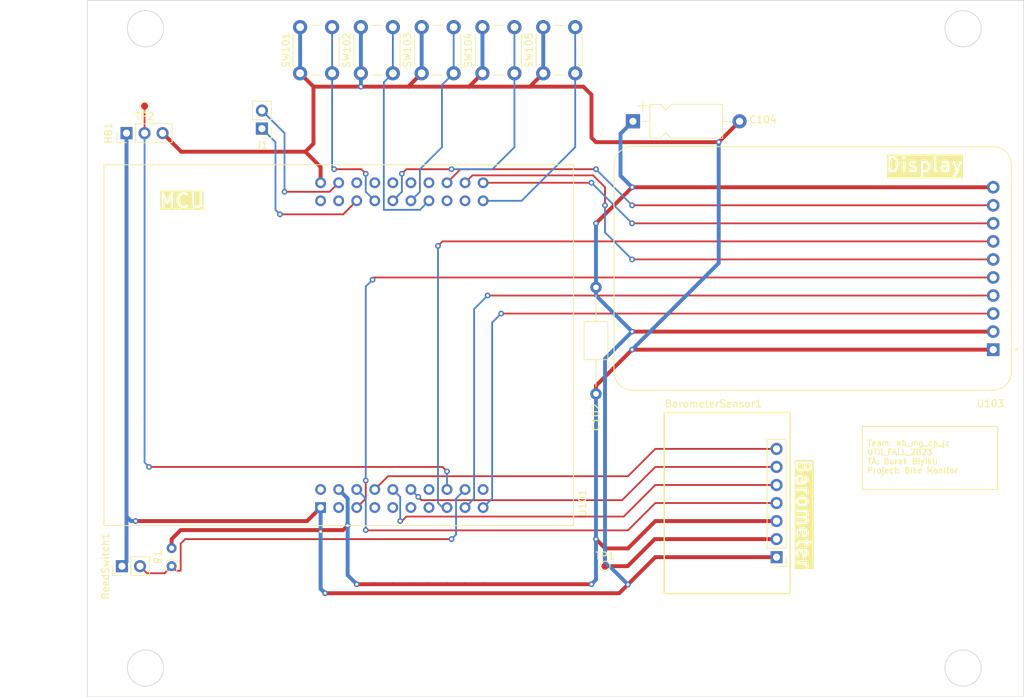
<source format=kicad_pcb>
(kicad_pcb (version 20221018) (generator pcbnew)
  (title_block (title "ECE 445L Baseline Project") (date "2023-08-25") (rev "v1.0.0") (company "The University of Texas at Austin"))
  (layers (0 "F.Cu" signal) (31 "B.Cu" signal) (34 "B.Paste" user) (35 "F.Paste" user) (36 "B.SilkS" user "B.Silkscreen") (37 "F.SilkS" user "F.Silkscreen") (38 "B.Mask" user) (39 "F.Mask" user) (44 "Edge.Cuts" user))
  (net 0 "")
  (net 1 "+3V3")
  (net 2 "Net-(BarometerSensor1-Pin_2)")
  (net 3 "GND")
  (net 4 "/SS1_SCK")
  (net 5 "/SS1_MISO")
  (net 6 "/SS1_MOSI")
  (net 7 "/SS1_FS")
  (net 8 "/AIN1")
  (net 10 "/SW_UP")
  (net 11 "/SW_DOWN")
  (net 13 "/SW_LEFT")
  (net 14 "/SW_RIGHT")
  (net 15 "/SW_MODE")
  (net 20 "/SDC_CS")
  (net 21 "/SPEAKER_GATE")
  (net 22 "/WIFI_TXD")
  (net 23 "/WIFI_RXD")
  (net 24 "/TFT_MOSI")
  (net 25 "/TFT_D{slash}C")
  (net 26 "/TFT_RST")
  (net 27 "/REED_SW")
  (net 28 "/TFT_MISO")
  (net 29 "/TFT_CS")
  (net 32 "/TFT_SCK")
  (net 33 "+5V")
  (net 34 "/~{WIFI_RST}")
  (net 35 "/WIFI_RX")
  (net 36 "/I2C0_SDA")
  (net 37 "/I2C_SCK")
  (footprint "Capacitor_THT:CP_Axial_L10.0mm_D4.5mm_P15.00mm_Horizontal" (layer "F.Cu") (at 153.155 60.885)
    (fp_text reference "C104" (at 18.295 -0.2425) (layer "F.SilkS"))
    (fp_text value "4.7uF")
    (fp_line (start 0.63 -2.2) (end 2.13 -2.2) (stroke (width 0.12)) (layer "F.SilkS"))
    (fp_line (start 1.24 0) (end 2.38 0) (stroke (width 0.12)) (layer "F.SilkS"))
    (fp_line (start 1.38 -2.95) (end 1.38 -1.45) (stroke (width 0.12)) (layer "F.SilkS"))
    (fp_line (start 2.38 -2.37) (end 2.38 2.37) (stroke (width 0.12)) (layer "F.SilkS"))
    (fp_line (start 2.38 -2.37) (end 3.88 -2.37) (stroke (width 0.12)) (layer "F.SilkS"))
    (fp_line (start 2.38 2.37) (end 3.88 2.37) (stroke (width 0.12)) (layer "F.SilkS"))
    (fp_line (start 3.88 -2.37) (end 4.63 -1.62) (stroke (width 0.12)) (layer "F.SilkS"))
    (fp_line (start 3.88 2.37) (end 4.63 1.62) (stroke (width 0.12)) (layer "F.SilkS"))
    (fp_line (start 4.63 -1.62) (end 5.38 -2.37) (stroke (width 0.12)) (layer "F.SilkS"))
    (fp_line (start 4.63 1.62) (end 5.38 2.37) (stroke (width 0.12)) (layer "F.SilkS"))
    (fp_line (start 5.38 -2.37) (end 12.62 -2.37) (stroke (width 0.12)) (layer "F.SilkS"))
    (fp_line (start 5.38 2.37) (end 12.62 2.37) (stroke (width 0.12)) (layer "F.SilkS"))
    (fp_line (start 12.62 -2.37) (end 12.62 2.37) (stroke (width 0.12)) (layer "F.SilkS"))
    (fp_line (start 13.76 0) (end 12.62 0) (stroke (width 0.12)) (layer "F.SilkS"))
    (pad "1" thru_hole rect (at 0 0) (size 2 2) (drill 1) (layers "*.Cu" "*.Mask") (net 1 "+3V3"))
    (pad "2" thru_hole oval (at 15 0) (size 2 2) (drill 1) (layers "*.Cu" "*.Mask") (net 3 "GND"))
  )
  (footprint "Button_Switch_THT:SW_PUSH_6mm" (layer "F.Cu") (at 114.885 54.125 90)
    (fp_text reference "SW102" (at 3.25 -2 90) (layer "F.SilkS"))
    (fp_text value "DOWN")
    (fp_line (start -0.25 1.5) (end -0.25 3) (stroke (width 0.12)) (layer "F.SilkS"))
    (fp_line (start 1 5.5) (end 5.5 5.5) (stroke (width 0.12)) (layer "F.SilkS"))
    (fp_line (start 5.5 -1) (end 1 -1) (stroke (width 0.12)) (layer "F.SilkS"))
    (fp_line (start 6.75 3) (end 6.75 1.5) (stroke (width 0.12)) (layer "F.SilkS"))
    (pad "1" thru_hole circle (at 0 0 180) (size 2 2) (drill 1.1) (layers "*.Cu" "*.Mask") (net 3 "GND"))
    (pad "1" thru_hole circle (at 6.5 0 180) (size 2 2) (drill 1.1) (layers "*.Cu" "*.Mask") (net 3 "GND"))
    (pad "2" thru_hole circle (at 0 4.5 180) (size 2 2) (drill 1.1) (layers "*.Cu" "*.Mask") (net 11 "/SW_DOWN"))
    (pad "2" thru_hole circle (at 6.5 4.5 180) (size 2 2) (drill 1.1) (layers "*.Cu" "*.Mask") (net 11 "/SW_DOWN"))
  )
  (footprint "Button_Switch_THT:SW_PUSH_6mm" (layer "F.Cu") (at 106.335 54.125 90)
    (fp_text reference "SW101" (at 3.25 -2 90) (layer "F.SilkS"))
    (fp_text value "UP")
    (fp_line (start -0.25 1.5) (end -0.25 3) (stroke (width 0.12)) (layer "F.SilkS"))
    (fp_line (start 1 5.5) (end 5.5 5.5) (stroke (width 0.12)) (layer "F.SilkS"))
    (fp_line (start 5.5 -1) (end 1 -1) (stroke (width 0.12)) (layer "F.SilkS"))
    (fp_line (start 6.75 3) (end 6.75 1.5) (stroke (width 0.12)) (layer "F.SilkS"))
    (pad "1" thru_hole circle (at 0 0 180) (size 2 2) (drill 1.1) (layers "*.Cu" "*.Mask") (net 3 "GND"))
    (pad "1" thru_hole circle (at 6.5 0 180) (size 2 2) (drill 1.1) (layers "*.Cu" "*.Mask") (net 3 "GND"))
    (pad "2" thru_hole circle (at 0 4.5 180) (size 2 2) (drill 1.1) (layers "*.Cu" "*.Mask") (net 10 "/SW_UP"))
    (pad "2" thru_hole circle (at 6.5 4.5 180) (size 2 2) (drill 1.1) (layers "*.Cu" "*.Mask") (net 10 "/SW_UP"))
  )
  (footprint "Resistor_THT:R_Axial_DIN0204_L3.6mm_D1.6mm_P2.54mm_Vertical" (layer "F.Cu") (at 88.265 123.5075 90)
    (fp_text reference "R1" (at 1.27 -1.92 90) (layer "F.SilkS"))
    (fp_text value "10k")
    (fp_line (start 0.92 0) (end 1.54 0) (stroke (width 0.12)) (layer "F.SilkS"))
    (fp_circle (center 0 0) (end 0.92 0) (stroke (width 0.12)) (fill none) (layer "F.SilkS"))
    (pad "1" thru_hole circle (at 0 0 90) (size 1.4 1.4) (drill 0.7) (layers "*.Cu" "*.Mask") (net 27 "/REED_SW"))
    (pad "2" thru_hole oval (at 2.54 0 90) (size 1.4 1.4) (drill 0.7) (layers "*.Cu" "*.Mask") (net 3 "GND"))
  )
  (footprint "TestPoint:TestPoint_Pad_D1.0mm" (layer "F.Cu") (at 149.225 123.5075)
    (fp_text reference "TP1" (at 0 -1.448) (layer "F.SilkS"))
    (fp_text value "3V0 Test")
    (fp_circle (center 0 0) (end 0 0.7) (stroke (width 0.12)) (fill none) (layer "F.SilkS"))
    (pad "1" smd circle (at 0 0) (size 1 1) (layers "F.Cu" "F.Mask") (net 2 "Net-(BarometerSensor1-Pin_2)"))
  )
  (footprint "Button_Switch_THT:SW_PUSH_6mm" (layer "F.Cu") (at 123.435 54.125 90)
    (fp_text reference "SW103" (at 3.25 -2 90) (layer "F.SilkS"))
    (fp_text value "LEFT")
    (fp_line (start -0.25 1.5) (end -0.25 3) (stroke (width 0.12)) (layer "F.SilkS"))
    (fp_line (start 1 5.5) (end 5.5 5.5) (stroke (width 0.12)) (layer "F.SilkS"))
    (fp_line (start 5.5 -1) (end 1 -1) (stroke (width 0.12)) (layer "F.SilkS"))
    (fp_line (start 6.75 3) (end 6.75 1.5) (stroke (width 0.12)) (layer "F.SilkS"))
    (pad "1" thru_hole circle (at 0 0 180) (size 2 2) (drill 1.1) (layers "*.Cu" "*.Mask") (net 3 "GND"))
    (pad "1" thru_hole circle (at 6.5 0 180) (size 2 2) (drill 1.1) (layers "*.Cu" "*.Mask") (net 3 "GND"))
    (pad "2" thru_hole circle (at 0 4.5 180) (size 2 2) (drill 1.1) (layers "*.Cu" "*.Mask") (net 13 "/SW_LEFT"))
    (pad "2" thru_hole circle (at 6.5 4.5 180) (size 2 2) (drill 1.1) (layers "*.Cu" "*.Mask") (net 13 "/SW_LEFT"))
  )
  (footprint "footprints:ti_EKTM4C123GXL" (layer "F.Cu") (at 111.76 92.3925 90)
    (fp_text reference "U101" (at -22.225 34.29 270) (layer "F.SilkS"))
    (fp_text value "EK-TM4C123GXL")
    (fp_line (start -25.4 -33.02) (end -25.4 33.02) (stroke (width 0.127)) (layer "F.SilkS"))
    (fp_line (start -25.4 33.02) (end 25.4 33.02) (stroke (width 0.127)) (layer "F.SilkS"))
    (fp_line (start 25.4 -33.02) (end -25.4 -33.02) (stroke (width 0.127)) (layer "F.SilkS"))
    (fp_line (start 25.4 33.02) (end 25.4 -33.02) (stroke (width 0.127)) (layer "F.SilkS"))
    (fp_circle (center -26.25 -2.54) (end -26.15 -2.54) (stroke (width 0.2)) (fill none) (layer "F.SilkS"))
    (pad "J1_1" thru_hole rect (at -22.86 -2.54 90) (size 1.52 1.52) (drill 0.89) (layers "*.Cu" "*.Mask") (net 1 "+3V3"))
    (pad "J1_2" thru_hole circle (at -22.86 0 90) (size 1.52 1.52) (drill 0.89) (layers "*.Cu" "*.Mask"))
    (pad "J1_3" thru_hole circle (at -22.86 2.54 90) (size 1.52 1.52) (drill 0.89) (layers "*.Cu" "*.Mask") (net 20 "/SDC_CS"))
    (pad "J1_4" thru_hole circle (at -22.86 5.08 90) (size 1.52 1.52) (drill 0.89) (layers "*.Cu" "*.Mask") (net 21 "/SPEAKER_GATE"))
    (pad "J1_5" thru_hole circle (at -22.86 7.62 90) (size 1.52 1.52) (drill 0.89) (layers "*.Cu" "*.Mask") (net 22 "/WIFI_TXD"))
    (pad "J1_6" thru_hole circle (at -22.86 10.16 90) (size 1.52 1.52) (drill 0.89) (layers "*.Cu" "*.Mask") (net 23 "/WIFI_RXD"))
    (pad "J1_7" thru_hole circle (at -22.86 12.7 90) (size 1.52 1.52) (drill 0.89) (layers "*.Cu" "*.Mask"))
    (pad "J1_8" thru_hole circle (at -22.86 15.24 90) (size 1.52 1.52) (drill 0.89) (layers "*.Cu" "*.Mask") (net 24 "/TFT_MOSI"))
    (pad "J1_9" thru_hole circle (at -22.86 17.78 90) (size 1.52 1.52) (drill 0.89) (layers "*.Cu" "*.Mask") (net 25 "/TFT_D{slash}C"))
    (pad "J1_10" thru_hole circle (at -22.86 20.32 90) (size 1.52 1.52) (drill 0.89) (layers "*.Cu" "*.Mask") (net 26 "/TFT_RST"))
    (pad "J2_1" thru_hole circle (at 22.86 -2.54 90) (size 1.52 1.52) (drill 0.89) (layers "*.Cu" "*.Mask") (net 3 "GND"))
    (pad "J2_2" thru_hole circle (at 22.86 0 90) (size 1.52 1.52) (drill 0.89) (layers "*.Cu" "*.Mask") (net 37 "/I2C_SCK"))
    (pad "J2_3" thru_hole circle (at 22.86 2.54 90) (size 1.52 1.52) (drill 0.89) (layers "*.Cu" "*.Mask") (net 35 "/WIFI_RX"))
    (pad "J2_4" thru_hole circle (at 22.86 5.08 90) (size 1.52 1.52) (drill 0.89) (layers "*.Cu" "*.Mask"))
    (pad "J2_5" thru_hole circle (at 22.86 7.62 90) (size 1.52 1.52) (drill 0.89) (layers "*.Cu" "*.Mask"))
    (pad "J2_6" thru_hole circle (at 22.86 10.16 90) (size 1.52 1.52) (drill 0.89) (layers "*.Cu" "*.Mask"))
    (pad "J2_7" thru_hole circle (at 22.86 12.7 90) (size 1.52 1.52) (drill 0.89) (layers "*.Cu" "*.Mask"))
    (pad "J2_8" thru_hole circle (at 22.86 15.24 90) (size 1.52 1.52) (drill 0.89) (layers "*.Cu" "*.Mask") (net 28 "/TFT_MISO"))
    (pad "J2_9" thru_hole circle (at 22.86 17.78 90) (size 1.52 1.52) (drill 0.89) (layers "*.Cu" "*.Mask") (net 29 "/TFT_CS"))
    (pad "J2_10" thru_hole circle (at 22.86 20.32 90) (size 1.52 1.52) (drill 0.89) (layers "*.Cu" "*.Mask") (net 32 "/TFT_SCK"))
    (pad "J3_1" thru_hole circle (at -20.32 -2.54 90) (size 1.52 1.52) (drill 0.89) (layers "*.Cu" "*.Mask") (net 33 "+5V"))
    (pad "J3_2" thru_hole circle (at -20.32 0 90) (size 1.52 1.52) (drill 0.89) (layers "*.Cu" "*.Mask") (net 3 "GND"))
    (pad "J3_3" thru_hole circle (at -20.32 2.54 90) (size 1.52 1.52) (drill 0.89) (layers "*.Cu" "*.Mask") (net 4 "/SS1_SCK"))
    (pad "J3_4" thru_hole circle (at -20.32 5.08 90) (size 1.52 1.52) (drill 0.89) (layers "*.Cu" "*.Mask") (net 7 "/SS1_FS"))
    (pad "J3_5" thru_hole circle (at -20.32 7.62 90) (size 1.52 1.52) (drill 0.89) (layers "*.Cu" "*.Mask") (net 5 "/SS1_MISO"))
    (pad "J3_6" thru_hole circle (at -20.32 10.16 90) (size 1.52 1.52) (drill 0.89) (layers "*.Cu" "*.Mask") (net 6 "/SS1_MOSI"))
    (pad "J3_7" thru_hole circle (at -20.32 12.7 90) (size 1.52 1.52) (drill 0.89) (layers "*.Cu" "*.Mask") (net 34 "/~{WIFI_RST}"))
    (pad "J3_8" thru_hole circle (at -20.32 15.24 90) (size 1.52 1.52) (drill 0.89) (layers "*.Cu" "*.Mask") (net 8 "/AIN1"))
    (pad "J3_9" thru_hole circle (at -20.32 17.78 90) (size 1.52 1.52) (drill 0.89) (layers "*.Cu" "*.Mask") (net 27 "/REED_SW"))
    (pad "J3_10" thru_hole circle (at -20.32 20.32 90) (size 1.52 1.52) (drill 0.89) (layers "*.Cu" "*.Mask"))
    (pad "J4_1" thru_hole circle (at 20.32 -2.54 90) (size 1.52 1.52) (drill 0.89) (layers "*.Cu" "*.Mask"))
    (pad "J4_2" thru_hole circle (at 20.32 0 90) (size 1.52 1.52) (drill 0.89) (layers "*.Cu" "*.Mask"))
    (pad "J4_3" thru_hole circle (at 20.32 2.54 90) (size 1.52 1.52) (drill 0.89) (layers "*.Cu" "*.Mask") (net 36 "/I2C0_SDA"))
    (pad "J4_4" thru_hole circle (at 20.32 5.08 90) (size 1.52 1.52) (drill 0.89) (layers "*.Cu" "*.Mask") (net 10 "/SW_UP"))
    (pad "J4_5" thru_hole circle (at 20.32 7.62 90) (size 1.52 1.52) (drill 0.89) (layers "*.Cu" "*.Mask") (net 14 "/SW_RIGHT"))
    (pad "J4_6" thru_hole circle (at 20.32 10.16 90) (size 1.52 1.52) (drill 0.89) (layers "*.Cu" "*.Mask") (net 13 "/SW_LEFT"))
    (pad "J4_7" thru_hole circle (at 20.32 12.7 90) (size 1.52 1.52) (drill 0.89) (layers "*.Cu" "*.Mask") (net 11 "/SW_DOWN"))
    (pad "J4_8" thru_hole circle (at 20.32 15.24 90) (size 1.52 1.52) (drill 0.89) (layers "*.Cu" "*.Mask"))
    (pad "J4_9" thru_hole circle (at 20.32 17.78 90) (size 1.52 1.52) (drill 0.89) (layers "*.Cu" "*.Mask"))
    (pad "J4_10" thru_hole circle (at 20.32 20.32 90) (size 1.52 1.52) (drill 0.89) (layers "*.Cu" "*.Mask") (net 15 "/SW_MODE"))
  )
  (footprint "Connector_PinHeader_2.54mm:PinHeader_1x03_P2.54mm_Vertical" (layer "F.Cu") (at 81.915 62.5475 90)
    (fp_text reference "HB1" (at 0 -2.54 90) (layer "F.SilkS"))
    (fp_text value "Conn_01x03_Pin")
    (fp_line (start -1.33 -1.33) (end 0 -1.33) (stroke (width 0.12)) (layer "F.SilkS"))
    (fp_line (start -1.33 0) (end -1.33 -1.33) (stroke (width 0.12)) (layer "F.SilkS"))
    (fp_line (start -1.33 1.27) (end -1.33 6.41) (stroke (width 0.12)) (layer "F.SilkS"))
    (fp_line (start -1.33 1.27) (end 1.33 1.27) (stroke (width 0.12)) (layer "F.SilkS"))
    (fp_line (start -1.33 6.41) (end 1.33 6.41) (stroke (width 0.12)) (layer "F.SilkS"))
    (fp_line (start 1.33 1.27) (end 1.33 6.41) (stroke (width 0.12)) (layer "F.SilkS"))
    (pad "1" thru_hole rect (at 0 0 90) (size 1.7 1.7) (drill 1) (layers "*.Cu" "*.Mask") (net 1 "+3V3"))
    (pad "2" thru_hole oval (at 0 2.54 90) (size 1.7 1.7) (drill 1) (layers "*.Cu" "*.Mask") (net 8 "/AIN1"))
    (pad "3" thru_hole oval (at 0 5.08 90) (size 1.7 1.7) (drill 1) (layers "*.Cu" "*.Mask") (net 3 "GND"))
  )
  (footprint "Connector_PinHeader_2.54mm:PinHeader_1x02_P2.54mm_Vertical" (layer "F.Cu") (at 81.275 123.5075 90)
    (fp_text reference "ReedSwitch1" (at 0 -2.33 90) (layer "F.SilkS"))
    (fp_text value "Conn_01x02_Pin")
    (fp_line (start -1.33 -1.33) (end 0 -1.33) (stroke (width 0.12)) (layer "F.SilkS"))
    (fp_line (start -1.33 0) (end -1.33 -1.33) (stroke (width 0.12)) (layer "F.SilkS"))
    (fp_line (start -1.33 1.27) (end -1.33 3.87) (stroke (width 0.12)) (layer "F.SilkS"))
    (fp_line (start -1.33 1.27) (end 1.33 1.27) (stroke (width 0.12)) (layer "F.SilkS"))
    (fp_line (start -1.33 3.87) (end 1.33 3.87) (stroke (width 0.12)) (layer "F.SilkS"))
    (fp_line (start 1.33 1.27) (end 1.33 3.87) (stroke (width 0.12)) (layer "F.SilkS"))
    (pad "1" thru_hole rect (at 0 0 90) (size 1.7 1.7) (drill 1) (layers "*.Cu" "*.Mask") (net 1 "+3V3"))
    (pad "2" thru_hole oval (at 0 2.54 90) (size 1.7 1.7) (drill 1) (layers "*.Cu" "*.Mask") (net 27 "/REED_SW"))
  )
  (footprint "Connector_PinHeader_2.54mm:PinHeader_1x07_P2.54mm_Vertical" (layer "F.Cu") (at 173.355 122.2375 180)
    (fp_text reference "BarometerSensor1" (at 8.89 21.59) (layer "F.SilkS"))
    (fp_text value "Conn_01x07_Pin")
    (fp_line (start -1.33 -1.33) (end 0 -1.33) (stroke (width 0.12)) (layer "F.SilkS"))
    (fp_line (start -1.33 0) (end -1.33 -1.33) (stroke (width 0.12)) (layer "F.SilkS"))
    (fp_line (start -1.33 1.27) (end -1.33 16.57) (stroke (width 0.12)) (layer "F.SilkS"))
    (fp_line (start -1.33 1.27) (end 1.33 1.27) (stroke (width 0.12)) (layer "F.SilkS"))
    (fp_line (start -1.33 16.57) (end 1.33 16.57) (stroke (width 0.12)) (layer "F.SilkS"))
    (fp_line (start 1.33 1.27) (end 1.33 16.57) (stroke (width 0.12)) (layer "F.SilkS"))
    (pad "1" thru_hole rect (at 0 0 180) (size 1.7 1.7) (drill 1) (layers "*.Cu" "*.Mask") (net 1 "+3V3"))
    (pad "2" thru_hole oval (at 0 2.54 180) (size 1.7 1.7) (drill 1) (layers "*.Cu" "*.Mask") (net 2 "Net-(BarometerSensor1-Pin_2)"))
    (pad "3" thru_hole oval (at 0 5.08 180) (size 1.7 1.7) (drill 1) (layers "*.Cu" "*.Mask") (net 3 "GND"))
    (pad "4" thru_hole oval (at 0 7.62 180) (size 1.7 1.7) (drill 1) (layers "*.Cu" "*.Mask") (net 4 "/SS1_SCK"))
    (pad "5" thru_hole oval (at 0 10.16 180) (size 1.7 1.7) (drill 1) (layers "*.Cu" "*.Mask") (net 5 "/SS1_MISO"))
    (pad "6" thru_hole oval (at 0 12.7 180) (size 1.7 1.7) (drill 1) (layers "*.Cu" "*.Mask") (net 6 "/SS1_MOSI"))
    (pad "7" thru_hole oval (at 0 15.24 180) (size 1.7 1.7) (drill 1) (layers "*.Cu" "*.Mask") (net 7 "/SS1_FS"))
  )
  (footprint "Connector_PinHeader_2.54mm:PinHeader_1x02_P2.54mm_Vertical" (layer "F.Cu") (at 100.965 61.9125 180)
    (fp_text reference "J1" (at 0 -2.33) (layer "F.SilkS"))
    (fp_text value "Conn_02x01")
    (fp_line (start -1.33 -1.33) (end 0 -1.33) (stroke (width 0.12)) (layer "F.SilkS"))
    (fp_line (start -1.33 0) (end -1.33 -1.33) (stroke (width 0.12)) (layer "F.SilkS"))
    (fp_line (start -1.33 1.27) (end -1.33 3.87) (stroke (width 0.12)) (layer "F.SilkS"))
    (fp_line (start -1.33 1.27) (end 1.33 1.27) (stroke (width 0.12)) (layer "F.SilkS"))
    (fp_line (start -1.33 3.87) (end 1.33 3.87) (stroke (width 0.12)) (layer "F.SilkS"))
    (fp_line (start 1.33 1.27) (end 1.33 3.87) (stroke (width 0.12)) (layer "F.SilkS"))
    (pad "1" thru_hole rect (at 0 0 180) (size 1.7 1.7) (drill 1) (layers "*.Cu" "*.Mask") (net 36 "/I2C0_SDA"))
    (pad "2" thru_hole oval (at 0 2.54 180) (size 1.7 1.7) (drill 1) (layers "*.Cu" "*.Mask") (net 37 "/I2C_SCK"))
  )
  (footprint "Capacitor_THT:C_Axial_L5.1mm_D3.1mm_P15.00mm_Horizontal" (layer "F.Cu") (at 147.955 84.2575 -90)
    (fp_text reference "C102" (at 18.295 0 90) (layer "F.SilkS"))
    (fp_text value "100nF")
    (fp_line (start 1.04 0) (end 4.83 0) (stroke (width 0.12)) (layer "F.SilkS"))
    (fp_line (start 4.83 -1.67) (end 4.83 1.67) (stroke (width 0.12)) (layer "F.SilkS"))
    (fp_line (start 4.83 1.67) (end 10.17 1.67) (stroke (width 0.12)) (layer "F.SilkS"))
    (fp_line (start 10.17 -1.67) (end 4.83 -1.67) (stroke (width 0.12)) (layer "F.SilkS"))
    (fp_line (start 10.17 1.67) (end 10.17 -1.67) (stroke (width 0.12)) (layer "F.SilkS"))
    (fp_line (start 13.96 0) (end 10.17 0) (stroke (width 0.12)) (layer "F.SilkS"))
    (pad "1" thru_hole circle (at 0 0 270) (size 1.6 1.6) (drill 0.8) (layers "*.Cu" "*.Mask") (net 1 "+3V3"))
    (pad "2" thru_hole oval (at 15 0 270) (size 1.6 1.6) (drill 0.8) (layers "*.Cu" "*.Mask") (net 3 "GND"))
  )
  (footprint "TestPoint:TestPoint_Pad_D1.0mm" (layer "F.Cu") (at 84.455 58.7375 180)
    (fp_text reference "TP2" (at 0 -1.448) (layer "F.SilkS"))
    (fp_text value "HB_ANALOG")
    (fp_circle (center 0 0) (end 0 0.7) (stroke (width 0.12)) (fill none) (layer "F.SilkS"))
    (pad "1" smd circle (at 0 0 180) (size 1 1) (layers "F.Cu" "F.Mask") (net 8 "/AIN1"))
  )
  (footprint "footprints:adafruit_st7735r" (layer "F.Cu") (at 178.435 81.5975 180)
    (fp_text reference "U103" (at -25.015 -19.03) (layer "F.SilkS"))
    (fp_text value "Adafruit ST7735R")
    (fp_line (start -27.94 -14.605) (end -27.94 14.605) (stroke (width 0.127)) (layer "F.SilkS"))
    (fp_line (start -25.4 17.145) (end 25.4 17.145) (stroke (width 0.127)) (layer "F.SilkS"))
    (fp_line (start 25.4 -17.145) (end -25.4 -17.145) (stroke (width 0.127)) (layer "F.SilkS"))
    (fp_line (start 27.94 14.605) (end 27.94 -14.605) (stroke (width 0.127)) (layer "F.SilkS"))
    (fp_arc (start -27.94 -14.605) (mid -27.196051 -16.401051) (end -25.4 -17.145) (stroke (width 0.127)) (layer "F.SilkS"))
    (fp_arc (start -25.4 17.145) (mid -27.196051 16.401051) (end -27.94 14.605) (stroke (width 0.127)) (layer "F.SilkS"))
    (fp_arc (start 25.4 -17.145) (mid 27.196051 -16.401051) (end 27.94 -14.605) (stroke (width 0.127)) (layer "F.SilkS"))
    (fp_arc (start 27.94 14.605) (mid 27.196051 16.401051) (end 25.4 17.145) (stroke (width 0.127)) (layer "F.SilkS"))
    (fp_circle (center -28.69 -11.43) (end -28.59 -11.43) (stroke (width 0.2)) (fill none) (layer "F.SilkS"))
    (pad "" np_thru_hole circle (at -25.4 -14.605 180) (size 2.2 2.2) (drill 2.2) (layers "*.Cu" "*.Mask"))
    (pad "" np_thru_hole circle (at -25.4 14.605 180) (size 2.2 2.2) (drill 2.2) (layers "*.Cu" "*.Mask"))
    (pad "" np_thru_hole circle (at 25.4 -14.605 180) (size 2.2 2.2) (drill 2.2) (layers "*.Cu" "*.Mask"))
    (pad "" np_thru_hole circle (at 25.4 14.605 180) (size 2.2 2.2) (drill 2.2) (layers "*.Cu" "*.Mask"))
    (pad "1" thru_hole circle (at -25.4 11.43 180) (size 1.778 1.778) (drill 1.016) (layers "*.Cu" "*.Mask") (net 1 "+3V3"))
    (pad "2" thru_hole circle (at -25.4 8.89 180) (size 1.778 1.778) (drill 1.016) (layers "*.Cu" "*.Mask") (net 28 "/TFT_MISO"))
    (pad "3" thru_hole circle (at -25.4 6.35 180) (size 1.778 1.778) (drill 1.016) (layers "*.Cu" "*.Mask") (net 32 "/TFT_SCK"))
    (pad "4" thru_hole circle (at -25.4 3.81 180) (size 1.778 1.778) (drill 1.016) (layers "*.Cu" "*.Mask") (net 24 "/TFT_MOSI"))
    (pad "5" thru_hole circle (at -25.4 1.27 180) (size 1.778 1.778) (drill 1.016) (layers "*.Cu" "*.Mask") (net 29 "/TFT_CS"))
    (pad "6" thru_hole circle (at -25.4 -1.27 180) (size 1.778 1.778) (drill 1.016) (layers "*.Cu" "*.Mask") (net 20 "/SDC_CS"))
    (pad "7" thru_hole circle (at -25.4 -3.81 180) (size 1.778 1.778) (drill 1.016) (layers "*.Cu" "*.Mask") (net 25 "/TFT_D{slash}C"))
    (pad "8" thru_hole circle (at -25.4 -6.35 180) (size 1.778 1.778) (drill 1.016) (layers "*.Cu" "*.Mask") (net 26 "/TFT_RST"))
    (pad "9" thru_hole circle (at -25.4 -8.89 180) (size 1.778 1.778) (drill 1.016) (layers "*.Cu" "*.Mask") (net 1 "+3V3"))
    (pad "10" thru_hole rect (at -25.4 -11.43 180) (size 1.778 1.778) (drill 1.016) (layers "*.Cu" "*.Mask") (net 3 "GND"))
  )
  (footprint "Button_Switch_THT:SW_PUSH_6mm" (layer "F.Cu") (at 140.535 54.125 90)
    (fp_text reference "SW105" (at 3.25 -2 90) (layer "F.SilkS"))
    (fp_text value "MODE")
    (fp_line (start -0.25 1.5) (end -0.25 3) (stroke (width 0.12)) (layer "F.SilkS"))
    (fp_line (start 1 5.5) (end 5.5 5.5) (stroke (width 0.12)) (layer "F.SilkS"))
    (fp_line (start 5.5 -1) (end 1 -1) (stroke (width 0.12)) (layer "F.SilkS"))
    (fp_line (start 6.75 3) (end 6.75 1.5) (stroke (width 0.12)) (layer "F.SilkS"))
    (pad "1" thru_hole circle (at 0 0 180) (size 2 2) (drill 1.1) (layers "*.Cu" "*.Mask") (net 3 "GND"))
    (pad "1" thru_hole circle (at 6.5 0 180) (size 2 2) (drill 1.1) (layers "*.Cu" "*.Mask") (net 3 "GND"))
    (pad "2" thru_hole circle (at 0 4.5 180) (size 2 2) (drill 1.1) (layers "*.Cu" "*.Mask") (net 15 "/SW_MODE"))
    (pad "2" thru_hole circle (at 6.5 4.5 180) (size 2 2) (drill 1.1) (layers "*.Cu" "*.Mask") (net 15 "/SW_MODE"))
  )
  (footprint "Button_Switch_THT:SW_PUSH_6mm" (layer "F.Cu") (at 131.985 54.125 90)
    (fp_text reference "SW104" (at 3.25 -2 90) (layer "F.SilkS"))
    (fp_text value "RIGHT")
    (fp_line (start -0.25 1.5) (end -0.25 3) (stroke (width 0.12)) (layer "F.SilkS"))
    (fp_line (start 1 5.5) (end 5.5 5.5) (stroke (width 0.12)) (layer "F.SilkS"))
    (fp_line (start 5.5 -1) (end 1 -1) (stroke (width 0.12)) (layer "F.SilkS"))
    (fp_line (start 6.75 3) (end 6.75 1.5) (stroke (width 0.12)) (layer "F.SilkS"))
    (pad "1" thru_hole circle (at 0 0 180) (size 2 2) (drill 1.1) (layers "*.Cu" "*.Mask") (net 3 "GND"))
    (pad "1" thru_hole circle (at 6.5 0 180) (size 2 2) (drill 1.1) (layers "*.Cu" "*.Mask") (net 3 "GND"))
    (pad "2" thru_hole circle (at 0 4.5 180) (size 2 2) (drill 1.1) (layers "*.Cu" "*.Mask") (net 14 "/SW_RIGHT"))
    (pad "2" thru_hole circle (at 6.5 4.5 180) (size 2 2) (drill 1.1) (layers "*.Cu" "*.Mask") (net 14 "/SW_RIGHT"))
  )
  (gr_rect (start 87.03 133.6675) (end 87.03 133.6675) (stroke (width 0.2)) (fill none) (layer "B.Cu"))
  (gr_rect (start 157.56 101.8675) (end 175.26 127.3675) (stroke (width 0.2)) (fill none) (layer "F.SilkS"))
  (gr_circle (center 199.59 137.8475) (end 202.14 137.8475) (stroke (width 0.1)) (fill none) (layer "Edge.Cuts"))
  (gr_rect (start 76.42 43.8575) (end 208.13 141.9225) (stroke (width 0.1)) (fill none) (layer "Edge.Cuts"))
  (gr_circle (center 84.59 47.8475) (end 87.14 47.8475) (stroke (width 0.1)) (fill none) (layer "Edge.Cuts"))
  (gr_circle (center 199.59 47.8475) (end 202.14 47.8475) (stroke (width 0.1)) (fill none) (layer "Edge.Cuts"))
  (gr_rect (start 64.17 56.8325) (end 64.17 56.8325) (stroke (width 0.1)) (fill none) (layer "Edge.Cuts"))
  (gr_circle (center 84.59 137.8475) (end 87.14 137.8475) (stroke (width 0.1)) (fill none) (layer "Edge.Cuts"))
  (gr_text "Barometer\n" (at 177.165 108.2675 -90) (layer "F.SilkS" knockout) (effects (font (size 2 2) (thickness 0.25)) (justify left)))
  (gr_text "MCU" (at 86.36 72.0725) (layer "F.SilkS" knockout) (effects (font (size 2 2) (thickness 0.25)) (justify left)))
  (gr_text "Display" (at 188.595 66.9925) (layer "F.SilkS" knockout) (effects (font (size 2 2) (thickness 0.25)) (justify left)))
  (gr_text_box "\nTeam: ab_mg_cp_jz\nUTX_FALL_2023\nTA: Burak Biyikli\nProject: Bike Monitor" (start 185.42 103.8225) (end 204.47 112.7125) (layer "F.SilkS") (effects (font (size 0.8 0.8) (thickness 0.15) bold) (justify left top)) (stroke (width 0.15)))
  (segment (start 153.035 90.4875) (end 203.835 90.4875) (width 0.55) (layer "F.Cu") (net 1))
  (segment (start 81.915 122.8675) (end 81.275 123.5075) (width 0.55) (layer "F.Cu") (net 1))
  (segment (start 153.035 70.1675) (end 147.955 75.2475) (width 0.55) (layer "F.Cu") (net 1))
  (segment (start 151.22 127.3175) (end 156.3 122.2375) (width 0.55) (layer "F.Cu") (net 1))
  (segment (start 83.185 117.1575) (end 107.315 117.1575) (width 0.55) (layer "F.Cu") (net 1))
  (segment (start 153.035 70.1675) (end 203.835 70.1675) (width 0.55) (layer "F.Cu") (net 1))
  (segment (start 109.855 127.3175) (end 151.22 127.3175) (width 0.55) (layer "F.Cu") (net 1))
  (segment (start 109.22 115.2525) (end 107.315 117.1575) (width 0.55) (layer "F.Cu") (net 1))
  (segment (start 156.3 122.2375) (end 173.355 122.2375) (width 0.55) (layer "F.Cu") (net 1))
  (via (at 153.035 70.1675) (size 0.8) (drill 0.4) (layers "F.Cu" "B.Cu") (net 1))
  (via (at 153.035 90.4875) (size 0.8) (drill 0.4) (layers "F.Cu" "B.Cu") (net 1))
  (via (at 83.185 117.1575) (size 0.8) (drill 0.4) (layers "F.Cu" "B.Cu") (net 1))
  (via (at 109.855 127.3175) (size 0.8) (drill 0.4) (layers "F.Cu" "B.Cu") (net 1))
  (via (at 147.955 75.2475) (size 0.8) (drill 0.4) (layers "F.Cu" "B.Cu") (net 1))
  (via (at 152.44 126.0875) (size 0.8) (drill 0.4) (layers "F.Cu" "B.Cu") (net 1))
  (segment (start 81.915 116.5225) (end 81.915 122.8675) (width 0.55) (layer "B.Cu") (net 1))
  (segment (start 81.915 62.5475) (end 81.915 116.5225) (width 0.55) (layer "B.Cu") (net 1))
  (segment (start 153.035 90.4875) (end 147.955 85.4075) (width 0.55) (layer "B.Cu") (net 1))
  (segment (start 151.406 62.634) (end 153.155 60.885) (width 0.55) (layer "B.Cu") (net 1))
  (segment (start 151.406 68.5385) (end 151.406 62.634) (width 0.55) (layer "B.Cu") (net 1))
  (segment (start 152.45 126.0875) (end 152.44 126.0875) (width 0.55) (layer "B.Cu") (net 1))
  (segment (start 82.55 117.1575) (end 83.185 117.1575) (width 0.55) (layer "B.Cu") (net 1))
  (segment (start 147.955 84.2575) (end 147.955 75.2475) (width 0.55) (layer "B.Cu") (net 1))
  (segment (start 81.915 116.5225) (end 82.55 117.1575) (width 0.55) (layer "B.Cu") (net 1))
  (segment (start 151.406 68.5385) (end 153.035 70.1675) (width 0.55) (layer "B.Cu") (net 1))
  (segment (start 109.22 126.6825) (end 109.855 127.3175) (width 0.55) (layer "B.Cu") (net 1))
  (segment (start 147.955 85.4075) (end 147.955 84.2575) (width 0.55) (layer "B.Cu") (net 1))
  (segment (start 149.225 122.8725) (end 149.225 94.2975) (width 0.55) (layer "B.Cu") (net 1))
  (segment (start 149.225 94.2975) (end 153.035 90.4875) (width 0.55) (layer "B.Cu") (net 1))
  (segment (start 149.225 122.8725) (end 152.44 126.0875) (width 0.55) (layer "B.Cu") (net 1))
  (segment (start 109.22 115.2525) (end 109.22 126.6825) (width 0.55) (layer "B.Cu") (net 1))
  (segment (start 81.915 122.8675) (end 81.275 123.5075) (width 0.55) (layer "B.Cu") (net 1))
  (segment (start 156.22 119.6975) (end 173.355 119.6975) (width 0.55) (layer "F.Cu") (net 2))
  (segment (start 149.225 123.5075) (end 152.41 123.5075) (width 0.55) (layer "F.Cu") (net 2))
  (segment (start 152.41 123.5075) (end 156.22 119.6975) (width 0.55) (layer "F.Cu") (net 2))
  (segment (start 121.555 56.005) (end 123.435 54.125) (width 0.55) (layer "F.Cu") (net 3))
  (segment (start 149.265 121.0075) (end 147.955 119.6975) (width 0.55) (layer "F.Cu") (net 3))
  (segment (start 107.0725 65.1625) (end 89.61 65.1625) (width 0.55) (layer "F.Cu") (net 3))
  (segment (start 152.45 121.0075) (end 149.265 121.0075) (width 0.55) (layer "F.Cu") (net 3))
  (segment (start 138.655 56.005) (end 140.535 54.125) (width 0.55) (layer "F.Cu") (net 3))
  (segment (start 109.22 67.31) (end 107.0725 65.1625) (width 0.55) (layer "F.Cu") (net 3))
  (segment (start 108.215 56.005) (end 108.215 64.02) (width 0.55) (layer "F.Cu") (net 3))
  (segment (start 165.2225 63.8175) (end 168.155 60.885) (width 0.55) (layer "F.Cu") (net 3))
  (segment (start 138.655 56.005) (end 146.175 56.005) (width 0.55) (layer "F.Cu") (net 3))
  (segment (start 114.885 56.005) (end 121.555 56.005) (width 0.55) (layer "F.Cu") (net 3))
  (segment (start 147.32 63.1825) (end 147.955 63.8175) (width 0.55) (layer "F.Cu") (net 3))
  (segment (start 156.3 117.1575) (end 173.355 117.1575) (width 0.55) (layer "F.Cu") (net 3))
  (segment (start 152.45 121.0075) (end 156.3 117.1575) (width 0.55) (layer "F.Cu") (net 3))
  (segment (start 89.535 118.4275) (end 112.39 118.4275) (width 0.55) (layer "F.Cu") (net 3))
  (segment (start 146.175 56.005) (end 147.32 57.15) (width 0.55) (layer "F.Cu") (net 3))
  (segment (start 153.035 93.0275) (end 203.835 93.0275) (width 0.55) (layer "F.Cu") (net 3))
  (segment (start 109.22 69.5325) (end 109.22 67.31) (width 0.55) (layer "F.Cu") (net 3))
  (segment (start 108.215 64.02) (end 107.0725 65.1625) (width 0.55) (layer "F.Cu") (net 3))
  (segment (start 121.92 126.0475) (end 124.46 126.0475) (width 0.55) (layer "F.Cu") (net 3))
  (segment (start 116.84 126.0475) (end 119.38 126.0475) (width 0.55) (layer "F.Cu") (net 3))
  (segment (start 88.265 119.6975) (end 89.535 118.4275) (width 0.55) (layer "F.Cu") (net 3))
  (segment (start 89.61 65.1625) (end 86.995 62.5475) (width 0.55) (layer "F.Cu") (net 3))
  (segment (start 108.215 56.005) (end 114.885 56.005) (width 0.55) (layer "F.Cu") (net 3))
  (segment (start 147.955 98.1075) (end 153.035 93.0275) (width 0.55) (layer "F.Cu") (net 3))
  (segment (start 124.46 126.0475) (end 127 126.0475) (width 0.55) (layer "F.Cu") (net 3))
  (segment (start 106.335 54.125) (end 108.215 56.005) (width 0.55) (layer "F.Cu") (net 3))
  (segment (start 132.08 126.0475) (end 129.54 126.0475) (width 0.55) (layer "F.Cu") (net 3))
  (segment (start 147.955 63.8175) (end 165.2225 63.8175) (width 0.55) (layer "F.Cu") (net 3))
  (segment (start 88.265 119.6975) (end 88.265 120.9675) (width 0.55) (layer "F.Cu") (net 3))
  (segment (start 147.32 57.15) (end 147.32 63.1825) (width 0.55) (layer "F.Cu") (net 3))
  (segment (start 112.39 118.4275) (end 113.025 117.7925) (width 0.55) (layer "F.Cu") (net 3))
  (segment (start 147.32 126.0475) (end 132.08 126.0475) (width 0.55) (layer "F.Cu") (net 3))
  (segment (start 130.105 56.005) (end 138.655 56.005) (width 0.55) (layer "F.Cu") (net 3))
  (segment (start 114.3 126.0475) (end 116.84 126.0475) (width 0.55) (layer "F.Cu") (net 3))
  (segment (start 121.555 56.005) (end 130.105 56.005) (width 0.55) (layer "F.Cu") (net 3))
  (segment (start 127 126.0475) (end 129.54 126.0475) (width 0.55) (layer "F.Cu") (net 3))
  (segment (start 147.955 99.2575) (end 147.955 98.1075) (width 0.55) (layer "F.Cu") (net 3))
  (segment (start 119.38 126.0475) (end 121.92 126.0475) (width 0.55) (layer "F.Cu") (net 3))
  (segment (start 130.105 56.005) (end 131.985 54.125) (width 0.55) (layer "F.Cu") (net 3))
  (via (at 147.955 119.6975) (size 0.8) (drill 0.4) (layers "F.Cu" "B.Cu") (net 3))
  (via (at 165.2225 63.8175) (size 0.8) (drill 0.4) (layers "F.Cu" "B.Cu") (net 3))
  (via (at 153.035 93.0275) (size 0.8) (drill 0.4) (layers "F.Cu" "B.Cu") (net 3))
  (via (at 114.3 126.0475) (size 0.8) (drill 0.4) (layers "F.Cu" "B.Cu") (net 3))
  (via (at 114.885 56.005) (size 0.8) (drill 0.4) (layers "F.Cu" "B.Cu") (net 3))
  (via (at 147.32 126.0475) (size 0.8) (drill 0.4) (layers "F.Cu" "B.Cu") (net 3))
  (via (at 113.025 117.7925) (size 0.8) (drill 0.4) (layers "F.Cu" "B.Cu") (net 3))
  (segment (start 114.885 48.26) (end 114.885 54.76) (width 0.55) (layer "B.Cu") (net 3))
  (segment (start 165.2225 80.84) (end 165.2225 63.8175) (width 0.55) (layer "B.Cu") (net 3))
  (segment (start 113.025 117.7925) (end 113.025 113.9775) (width 0.55) (layer "B.Cu") (net 3))
  (segment (start 106.335 48.26) (end 106.335 54.76) (width 0.55) (layer "B.Cu") (net 3))
  (segment (start 114.885 56.005) (end 114.885 54.125) (width 0.55) (layer "B.Cu") (net 3))
  (segment (start 147.955 125.4125) (end 147.32 126.0475) (width 0.55) (layer "B.Cu") (net 3))
  (segment (start 147.955 99.2575) (end 147.955 119.6975) (width 0.55) (layer "B.Cu") (net 3))
  (segment (start 147.955 119.6975) (end 147.955 120.3325) (width 0.55) (layer "B.Cu") (net 3))
  (segment (start 113.025 124.7725) (end 114.3 126.0475) (width 0.55) (layer "B.Cu") (net 3))
  (segment (start 113.025 124.7725) (end 113.025 117.7925) (width 0.55) (layer "B.Cu") (net 3))
  (segment (start 113.025 113.9775) (end 111.76 112.7125) (width 0.55) (layer "B.Cu") (net 3))
  (segment (start 123.435 48.26) (end 123.435 54.76) (width 0.55) (layer "B.Cu") (net 3))
  (segment (start 140.535 48.26) (end 140.535 54.76) (width 0.55) (layer "B.Cu") (net 3))
  (segment (start 131.985 48.26) (end 131.985 54.76) (width 0.55) (layer "B.Cu") (net 3))
  (segment (start 147.955 120.3325) (end 147.955 125.4125) (width 0.55) (layer "B.Cu") (net 3))
  (segment (start 153.035 93.0275) (end 165.2225 80.84) (width 0.55) (layer "B.Cu") (net 3))
  (segment (start 152.45 118.4675) (end 156.3 114.6175) (width 0.25) (layer "F.Cu") (net 4))
  (segment (start 115.57 118.4275) (end 115.61 118.4675) (width 0.25) (layer "F.Cu") (net 4))
  (segment (start 115.61 118.4675) (end 152.45 118.4675) (width 0.25) (layer "F.Cu") (net 4))
  (segment (start 156.3 114.6175) (end 173.355 114.6175) (width 0.25) (layer "F.Cu") (net 4))
  (via (at 115.57 118.4275) (size 0.8) (drill 0.4) (layers "F.Cu" "B.Cu") (net 4))
  (segment (start 115.57 118.4275) (end 115.57 113.9825) (width 0.25) (layer "B.Cu") (net 4))
  (segment (start 115.57 113.9825) (end 114.3 112.7125) (width 0.25) (layer "B.Cu") (net 4))
  (segment (start 156.3 112.0775) (end 173.355 112.0775) (width 0.25) (layer "F.Cu") (net 5))
  (segment (start 120.415 117.1575) (end 120.65 117.1575) (width 0.25) (layer "F.Cu") (net 5))
  (segment (start 151.855 116.5225) (end 156.3 112.0775) (width 0.25) (layer "F.Cu") (net 5))
  (segment (start 121.285 116.5225) (end 151.855 116.5225) (width 0.25) (layer "F.Cu") (net 5))
  (segment (start 120.65 117.1575) (end 121.285 116.5225) (width 0.25) (layer "F.Cu") (net 5))
  (via (at 120.415 117.1575) (size 0.8) (drill 0.4) (layers "F.Cu" "B.Cu") (net 5))
  (segment (start 120.415 117.1575) (end 120.415 113.7475) (width 0.25) (layer "B.Cu") (net 5))
  (segment (start 120.415 113.7475) (end 119.38 112.7125) (width 0.25) (layer "B.Cu") (net 5))
  (segment (start 122.955 113.7475) (end 123.425 114.2175) (width 0.25) (layer "F.Cu") (net 6))
  (segment (start 151.62 114.2175) (end 156.3 109.5375) (width 0.25) (layer "F.Cu") (net 6))
  (segment (start 156.3 109.5375) (end 173.355 109.5375) (width 0.25) (layer "F.Cu") (net 6))
  (segment (start 123.425 114.2175) (end 151.62 114.2175) (width 0.25) (layer "F.Cu") (net 6))
  (via (at 122.955 113.7475) (size 0.8) (drill 0.4) (layers "F.Cu" "B.Cu") (net 6))
  (segment (start 122.955 113.7475) (end 121.92 112.7125) (width 0.25) (layer "B.Cu") (net 6))
  (segment (start 152.45 110.8475) (end 118.705 110.8475) (width 0.25) (layer "F.Cu") (net 7))
  (segment (start 156.3 106.9975) (end 173.355 106.9975) (width 0.25) (layer "F.Cu") (net 7))
  (segment (start 152.45 110.8475) (end 156.3 106.9975) (width 0.25) (layer "F.Cu") (net 7))
  (segment (start 118.705 110.8475) (end 116.84 112.7125) (width 0.25) (layer "F.Cu") (net 7))
  (segment (start 84.455 62.5475) (end 84.455 58.7375) (width 0.25) (layer "F.Cu") (net 8))
  (segment (start 126.365 109.5375) (end 85.09 109.5375) (width 0.25) (layer "F.Cu") (net 8))
  (segment (start 127 110.1725) (end 126.365 109.5375) (width 0.25) (layer "F.Cu") (net 8))
  (via (at 85.09 109.5375) (size 0.8) (drill 0.4) (layers "F.Cu" "B.Cu") (net 8))
  (via (at 127 110.1725) (size 0.8) (drill 0.4) (layers "F.Cu" "B.Cu") (net 8))
  (segment (start 84.455 62.5475) (end 84.455 102.5525) (width 0.25) (layer "B.Cu") (net 8))
  (segment (start 84.455 107.6325) (end 84.455 108.9025) (width 0.25) (layer "B.Cu") (net 8))
  (segment (start 127 110.8075) (end 127 110.1725) (width 0.25) (layer "B.Cu") (net 8))
  (segment (start 127 110.8075) (end 127 112.7125) (width 0.25) (layer "B.Cu") (net 8))
  (segment (start 84.455 102.5525) (end 84.455 107.6325) (width 0.25) (layer "B.Cu") (net 8))
  (segment (start 84.455 108.9025) (end 85.09 109.5375) (width 0.25) (layer "B.Cu") (net 8))
  (segment (start 115.57 68.2625) (end 114.935 67.6275) (width 0.25) (layer "F.Cu") (net 10))
  (segment (start 114.935 67.6275) (end 111.125 67.6275) (width 0.25) (layer "F.Cu") (net 10))
  (via (at 111.125 67.6275) (size 0.8) (drill 0.4) (layers "F.Cu" "B.Cu") (net 10))
  (via (at 115.57 68.2625) (size 0.8) (drill 0.4) (layers "F.Cu" "B.Cu") (net 10))
  (segment (start 111.125 67.6275) (end 110.835 67.3375) (width 0.25) (layer "B.Cu") (net 10))
  (segment (start 110.835 54.125) (end 110.835 47.625) (width 0.25) (layer "B.Cu") (net 10))
  (segment (start 110.835 67.3375) (end 110.835 54.125) (width 0.25) (layer "B.Cu") (net 10))
  (segment (start 115.57 70.8025) (end 115.57 68.2625) (width 0.25) (layer "B.Cu") (net 10))
  (segment (start 116.84 72.0725) (end 115.57 70.8025) (width 0.25) (layer "B.Cu") (net 10))
  (segment (start 119.385 54.125) (end 119.385 47.625) (width 0.25) (layer "B.Cu") (net 11))
  (segment (start 118.11 73.3425) (end 118.11 55.4) (width 0.25) (layer "B.Cu") (net 11))
  (segment (start 123.19 73.3425) (end 118.11 73.3425) (width 0.25) (layer "B.Cu") (net 11))
  (segment (start 118.11 55.4) (end 119.385 54.125) (width 0.25) (layer "B.Cu") (net 11))
  (segment (start 124.46 72.0725) (end 123.19 73.3425) (width 0.25) (layer "B.Cu") (net 11))
  (segment (start 123.19 70.8025) (end 123.19 67.6275) (width 0.25) (layer "B.Cu") (net 13))
  (segment (start 126.29 64.5275) (end 126.29 55.77) (width 0.25) (layer "B.Cu") (net 13))
  (segment (start 126.29 55.77) (end 127.935 54.125) (width 0.25) (layer "B.Cu") (net 13))
  (segment (start 127.935 54.125) (end 127.935 47.625) (width 0.25) (layer "B.Cu") (net 13))
  (segment (start 121.92 72.0725) (end 123.19 70.8025) (width 0.25) (layer "B.Cu") (net 13))
  (segment (start 123.19 67.6275) (end 126.29 64.5275) (width 0.25) (layer "B.Cu") (net 13))
  (segment (start 121.285 67.6275) (end 127.635 67.6275) (width 0.25) (layer "F.Cu") (net 14))
  (segment (start 120.65 68.2625) (end 121.285 67.6275) (width 0.25) (layer "F.Cu") (net 14))
  (via (at 120.65 68.2625) (size 0.8) (drill 0.4) (layers "F.Cu" "B.Cu") (net 14))
  (via (at 127.635 67.6275) (size 0.8) (drill 0.4) (layers "F.Cu" "B.Cu") (net 14))
  (segment (start 120.65 70.8025) (end 120.65 68.2625) (width 0.25) (layer "B.Cu") (net 14))
  (segment (start 127.635 67.6275) (end 133.385 67.6275) (width 0.25) (layer "B.Cu") (net 14))
  (segment (start 119.38 72.0725) (end 120.65 70.8025) (width 0.25) (layer "B.Cu") (net 14))
  (segment (start 133.385 67.6275) (end 136.485 64.5275) (width 0.25) (layer "B.Cu") (net 14))
  (segment (start 136.485 64.5275) (end 136.485 54.125) (width 0.25) (layer "B.Cu") (net 14))
  (segment (start 136.485 54.125) (end 136.485 47.625) (width 0.25) (layer "B.Cu") (net 14))
  (segment (start 145.035 64.5275) (end 145.035 54.125) (width 0.25) (layer "B.Cu") (net 15))
  (segment (start 137.49 72.0725) (end 145.035 64.5275) (width 0.25) (layer "B.Cu") (net 15))
  (segment (start 132.08 72.0725) (end 137.49 72.0725) (width 0.25) (layer "B.Cu") (net 15))
  (segment (start 145.035 54.125) (end 145.035 47.625) (width 0.25) (layer "B.Cu") (net 15))
  (segment (start 116.525 83.1825) (end 116.84 82.8675) (width 0.25) (layer "F.Cu") (net 20))
  (segment (start 115.57 113.9825) (end 115.57 111.4425) (width 0.25) (layer "F.Cu") (net 20))
  (segment (start 114.3 115.2525) (end 115.57 113.9825) (width 0.25) (layer "F.Cu") (net 20))
  (segment (start 116.84 82.8675) (end 203.835 82.8675) (width 0.25) (layer "F.Cu") (net 20))
  (via (at 116.525 83.1825) (size 0.8) (drill 0.4) (layers "F.Cu" "B.Cu") (net 20))
  (via (at 115.57 111.4425) (size 0.8) (drill 0.4) (layers "F.Cu" "B.Cu") (net 20))
  (segment (start 115.57 111.4425) (end 115.57 84.1375) (width 0.25) (layer "B.Cu") (net 20))
  (segment (start 115.57 84.1375) (end 116.525 83.1825) (width 0.25) (layer "B.Cu") (net 20))
  (segment (start 203.835 77.7875) (end 126.365 77.7875) (width 0.25) (layer "F.Cu") (net 24))
  (segment (start 126.365 77.7875) (end 125.73 78.4225) (width 0.25) (layer "F.Cu") (net 24))
  (via (at 125.73 78.4225) (size 0.8) (drill 0.4) (layers "F.Cu" "B.Cu") (net 24))
  (segment (start 125.73 114.6175) (end 125.73 78.4225) (width 0.25) (layer "B.Cu") (net 24))
  (segment (start 126.365 115.2525) (end 125.73 114.6175) (width 0.25) (layer "B.Cu") (net 24))
  (segment (start 127 115.2525) (end 126.365 115.2525) (width 0.25) (layer "B.Cu") (net 24))
  (segment (start 203.835 85.4075) (end 132.715 85.4075) (width 0.25) (layer "F.Cu") (net 25))
  (via (at 132.715 85.4075) (size 0.8) (drill 0.4) (layers "F.Cu" "B.Cu") (net 25))
  (segment (start 130.81 113.9825) (end 130.81 87.3125) (width 0.25) (layer "B.Cu") (net 25))
  (segment (start 130.81 87.3125) (end 132.715 85.4075) (width 0.25) (layer "B.Cu") (net 25))
  (segment (start 129.54 115.2525) (end 130.81 113.9825) (width 0.25) (layer "B.Cu") (net 25))
  (segment (start 203.835 87.9475) (end 143.51 87.9475) (width 0.25) (layer "F.Cu") (net 26))
  (segment (start 143.51 87.9475) (end 134.62 87.9475) (width 0.25) (layer "F.Cu") (net 26))
  (via (at 134.62 87.9475) (size 0.8) (drill 0.4) (layers "F.Cu" "B.Cu") (net 26))
  (segment (start 132.08 115.2525) (end 133.35 113.9825) (width 0.25) (layer "B.Cu") (net 26))
  (segment (start 133.35 113.9825) (end 133.35 89.2175) (width 0.25) (layer "B.Cu") (net 26))
  (segment (start 133.35 89.2175) (end 134.62 87.9475) (width 0.25) (layer "B.Cu") (net 26))
  (segment (start 90.17 119.6975) (end 89.535 120.3325) (width 0.25) (layer "F.Cu") (net 27))
  (segment (start 127.635 119.6975) (end 90.17 119.6975) (width 0.25) (layer "F.Cu") (net 27))
  (segment (start 89.535 120.3325) (end 89.535 124.1425) (width 0.25) (layer "F.Cu") (net 27))
  (segment (start 83.815 123.5075) (end 84.815 124.5075) (width 0.25) (layer "F.Cu") (net 27))
  (segment (start 89.535 124.1425) (end 88.9 124.1425) (width 0.25) (layer "F.Cu") (net 27))
  (segment (start 88.9 124.1425) (end 88.265 123.5075) (width 0.25) (layer "F.Cu") (net 27))
  (segment (start 88.265 123.5075) (end 87.265 124.5075) (width 0.25) (layer "F.Cu") (net 27))
  (segment (start 87.265 124.5075) (end 84.815 124.5075) (width 0.25) (layer "F.Cu") (net 27))
  (via (at 127.635 119.6975) (size 0.8) (drill 0.4) (layers "F.Cu" "B.Cu") (net 27))
  (segment (start 127.635 119.6975) (end 128.27 119.0625) (width 0.25) (layer "B.Cu") (net 27))
  (segment (start 128.27 119.0625) (end 128.27 113.9825) (width 0.25) (layer "B.Cu") (net 27))
  (segment (start 129.54 112.7125) (end 128.27 113.9825) (width 0.25) (layer "B.Cu") (net 27))
  (segment (start 203.835 72.7075) (end 153.035 72.7075) (width 0.25) (layer "F.Cu") (net 28))
  (segment (start 127 69.5325) (end 128.905 67.6275) (width 0.25) (layer "F.Cu") (net 28))
  (segment (start 128.905 67.6275) (end 147.955 67.6275) (width 0.25) (layer "F.Cu") (net 28))
  (via (at 147.955 67.6275) (size 0.8) (drill 0.4) (layers "F.Cu" "B.Cu") (net 28))
  (via (at 153.035 72.7075) (size 0.8) (drill 0.4) (layers "F.Cu" "B.Cu") (net 28))
  (segment (start 153.035 72.7075) (end 147.955 67.6275) (width 0.25) (layer "B.Cu") (net 28))
  (segment (start 149.225 72.7075) (end 149.225 70.1675) (width 0.25) (layer "F.Cu") (net 29))
  (segment (start 203.835 80.3275) (end 153.035 80.3275) (width 0.25) (layer "F.Cu") (net 29))
  (segment (start 130.575 68.4975) (end 129.54 69.5325) (width 0.25) (layer "F.Cu") (net 29))
  (segment (start 149.225 70.1675) (end 147.555 68.4975) (width 0.25) (layer "F.Cu") (net 29))
  (segment (start 147.555 68.4975) (end 130.575 68.4975) (width 0.25) (layer "F.Cu") (net 29))
  (via (at 149.225 72.7075) (size 0.8) (drill 0.4) (layers "F.Cu" "B.Cu") (net 29))
  (via (at 153.035 80.3275) (size 0.8) (drill 0.4) (layers "F.Cu" "B.Cu") (net 29))
  (segment (start 149.225 76.5175) (end 149.225 72.7075) (width 0.25) (layer "B.Cu") (net 29))
  (segment (start 153.035 80.3275) (end 149.225 76.5175) (width 0.25) (layer "B.Cu") (net 29))
  (segment (start 132.08 69.5325) (end 147.32 69.5325) (width 0.25) (layer "F.Cu") (net 32))
  (segment (start 203.835 75.2475) (end 153.035 75.2475) (width 0.25) (layer "F.Cu") (net 32))
  (via (at 153.035 75.2475) (size 0.8) (drill 0.4) (layers "F.Cu" "B.Cu") (net 32))
  (via (at 147.32 69.5325) (size 0.8) (drill 0.4) (layers "F.Cu" "B.Cu") (net 32))
  (segment (start 153.035 75.2475) (end 147.32 69.5325) (width 0.25) (layer "B.Cu") (net 32))
  (segment (start 114.3 72.0725) (end 112.395 73.9775) (width 0.25) (layer "F.Cu") (net 36))
  (segment (start 112.395 73.9775) (end 103.505 73.9775) (width 0.25) (layer "F.Cu") (net 36))
  (via (at 103.505 73.9775) (size 0.8) (drill 0.4) (layers "F.Cu" "B.Cu") (net 36))
  (segment (start 102.87 63.8175) (end 100.965 61.9125) (width 0.25) (layer "B.Cu") (net 36))
  (segment (start 103.505 73.9775) (end 102.87 73.3425) (width 0.25) (layer "B.Cu") (net 36))
  (segment (start 102.87 73.3425) (end 102.87 63.8175) (width 0.25) (layer "B.Cu") (net 36))
  (segment (start 110.49 70.8025) (end 104.14 70.8025) (width 0.25) (layer "F.Cu") (net 37))
  (segment (start 111.76 69.5325) (end 110.49 70.8025) (width 0.25) (layer "F.Cu") (net 37))
  (via (at 104.14 70.8025) (size 0.8) (drill 0.4) (layers "F.Cu" "B.Cu") (net 37))
  (segment (start 104.14 70.8025) (end 104.14 62.5475) (width 0.25) (layer "B.Cu") (net 37))
  (segment (start 104.14 62.5475) (end 100.965 59.3725) (width 0.25) (layer "B.Cu") (net 37))
)
</source>
